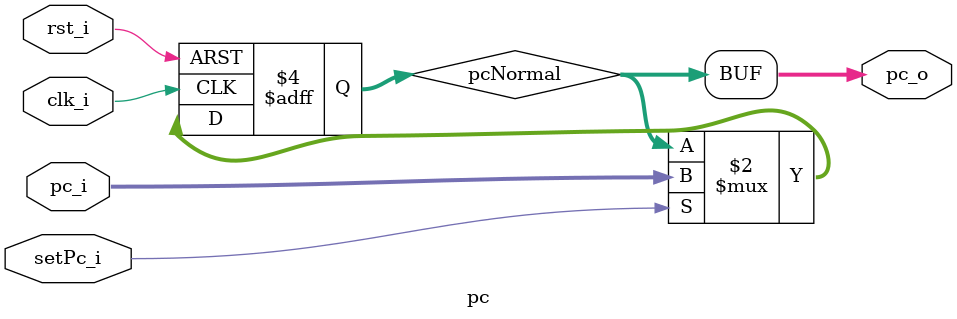
<source format=v>
`timescale 1ns/1ns

module pc (
    input rst_i,
    input clk_i,
    output [31:0] pc_o,
    input [31:0] pc_i,
    input setPc_i
);
parameter RESET = 32'h00000000;

reg [31:0] pcNormal;//use this instead of pc_o to ease implementation of interrupts in the future
assign pc_o = pcNormal;

always @(posedge(clk_i),posedge(rst_i)) begin
    if (rst_i) pcNormal <= RESET;
    else if (clk_i) begin
        if (setPc_i) pcNormal <= pc_i;
    end
end

endmodule

</source>
